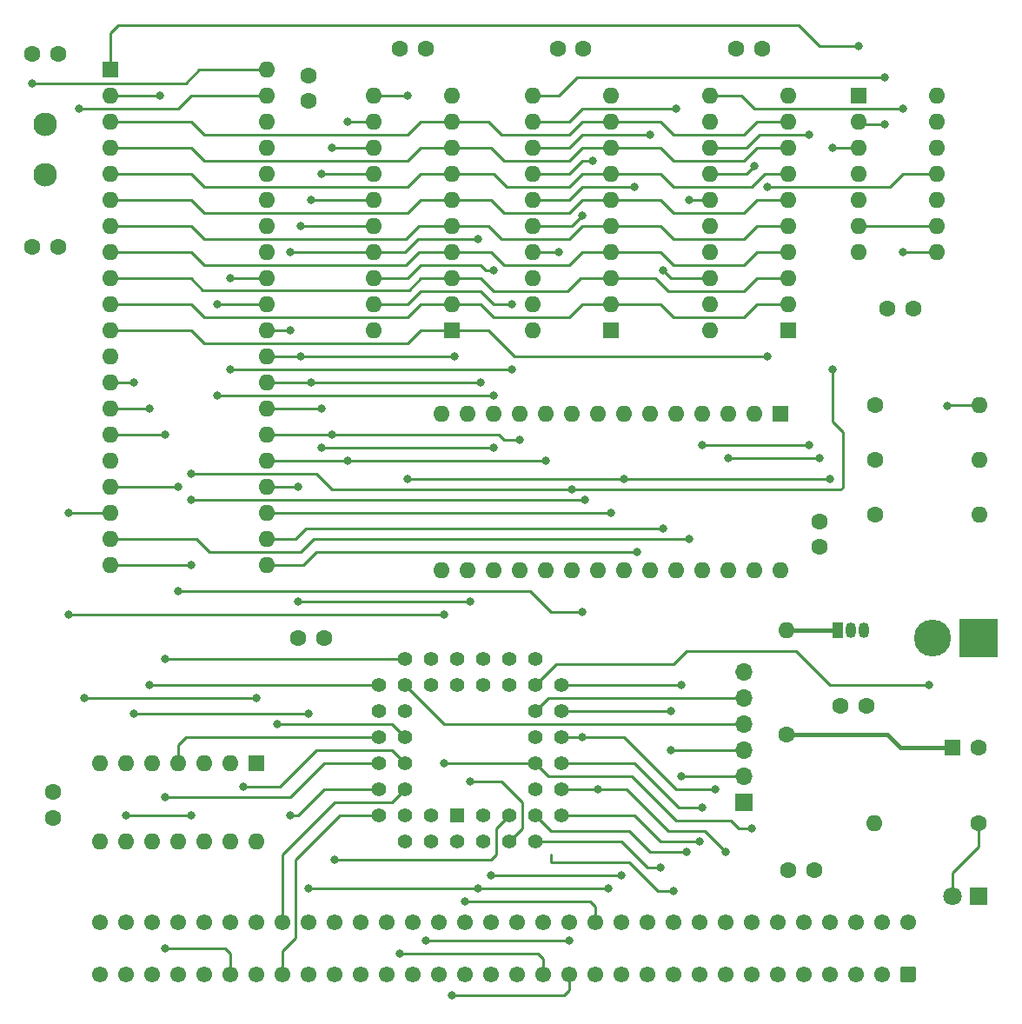
<source format=gtl>
G04 #@! TF.GenerationSoftware,KiCad,Pcbnew,(5.1.10)-1*
G04 #@! TF.CreationDate,2021-08-18T14:18:43+01:00*
G04 #@! TF.ProjectId,GfxTMS9918,47667854-4d53-4393-9931-382e6b696361,rev?*
G04 #@! TF.SameCoordinates,Original*
G04 #@! TF.FileFunction,Copper,L1,Top*
G04 #@! TF.FilePolarity,Positive*
%FSLAX46Y46*%
G04 Gerber Fmt 4.6, Leading zero omitted, Abs format (unit mm)*
G04 Created by KiCad (PCBNEW (5.1.10)-1) date 2021-08-18 14:18:43*
%MOMM*%
%LPD*%
G01*
G04 APERTURE LIST*
G04 #@! TA.AperFunction,ComponentPad*
%ADD10C,2.300000*%
G04 #@! TD*
G04 #@! TA.AperFunction,ComponentPad*
%ADD11O,1.600000X1.600000*%
G04 #@! TD*
G04 #@! TA.AperFunction,ComponentPad*
%ADD12R,1.600000X1.600000*%
G04 #@! TD*
G04 #@! TA.AperFunction,ComponentPad*
%ADD13C,1.422400*%
G04 #@! TD*
G04 #@! TA.AperFunction,ComponentPad*
%ADD14R,1.422400X1.422400*%
G04 #@! TD*
G04 #@! TA.AperFunction,ComponentPad*
%ADD15C,1.600000*%
G04 #@! TD*
G04 #@! TA.AperFunction,ComponentPad*
%ADD16R,1.050000X1.500000*%
G04 #@! TD*
G04 #@! TA.AperFunction,ComponentPad*
%ADD17O,1.050000X1.500000*%
G04 #@! TD*
G04 #@! TA.AperFunction,ComponentPad*
%ADD18C,3.600000*%
G04 #@! TD*
G04 #@! TA.AperFunction,ComponentPad*
%ADD19R,3.765000X3.765000*%
G04 #@! TD*
G04 #@! TA.AperFunction,ComponentPad*
%ADD20O,1.700000X1.700000*%
G04 #@! TD*
G04 #@! TA.AperFunction,ComponentPad*
%ADD21R,1.700000X1.700000*%
G04 #@! TD*
G04 #@! TA.AperFunction,ComponentPad*
%ADD22C,1.550000*%
G04 #@! TD*
G04 #@! TA.AperFunction,ComponentPad*
%ADD23C,1.800000*%
G04 #@! TD*
G04 #@! TA.AperFunction,ComponentPad*
%ADD24R,1.800000X1.800000*%
G04 #@! TD*
G04 #@! TA.AperFunction,ViaPad*
%ADD25C,0.800000*%
G04 #@! TD*
G04 #@! TA.AperFunction,Conductor*
%ADD26C,0.250000*%
G04 #@! TD*
G04 #@! TA.AperFunction,Conductor*
%ADD27C,0.400000*%
G04 #@! TD*
G04 APERTURE END LIST*
D10*
X105156000Y-56896000D03*
X105156000Y-61796000D03*
D11*
X176784000Y-100330000D03*
X143764000Y-85090000D03*
X174244000Y-100330000D03*
X146304000Y-85090000D03*
X171704000Y-100330000D03*
X148844000Y-85090000D03*
X169164000Y-100330000D03*
X151384000Y-85090000D03*
X166624000Y-100330000D03*
X153924000Y-85090000D03*
X164084000Y-100330000D03*
X156464000Y-85090000D03*
X161544000Y-100330000D03*
X159004000Y-85090000D03*
X159004000Y-100330000D03*
X161544000Y-85090000D03*
X156464000Y-100330000D03*
X164084000Y-85090000D03*
X153924000Y-100330000D03*
X166624000Y-85090000D03*
X151384000Y-100330000D03*
X169164000Y-85090000D03*
X148844000Y-100330000D03*
X171704000Y-85090000D03*
X146304000Y-100330000D03*
X174244000Y-85090000D03*
X143764000Y-100330000D03*
D12*
X176784000Y-85090000D03*
D11*
X137160000Y-76962000D03*
X144780000Y-54102000D03*
X137160000Y-74422000D03*
X144780000Y-56642000D03*
X137160000Y-71882000D03*
X144780000Y-59182000D03*
X137160000Y-69342000D03*
X144780000Y-61722000D03*
X137160000Y-66802000D03*
X144780000Y-64262000D03*
X137160000Y-64262000D03*
X144780000Y-66802000D03*
X137160000Y-61722000D03*
X144780000Y-69342000D03*
X137160000Y-59182000D03*
X144780000Y-71882000D03*
X137160000Y-56642000D03*
X144780000Y-74422000D03*
X137160000Y-54102000D03*
D12*
X144780000Y-76962000D03*
D11*
X169926000Y-76962000D03*
X177546000Y-54102000D03*
X169926000Y-74422000D03*
X177546000Y-56642000D03*
X169926000Y-71882000D03*
X177546000Y-59182000D03*
X169926000Y-69342000D03*
X177546000Y-61722000D03*
X169926000Y-66802000D03*
X177546000Y-64262000D03*
X169926000Y-64262000D03*
X177546000Y-66802000D03*
X169926000Y-61722000D03*
X177546000Y-69342000D03*
X169926000Y-59182000D03*
X177546000Y-71882000D03*
X169926000Y-56642000D03*
X177546000Y-74422000D03*
X169926000Y-54102000D03*
D12*
X177546000Y-76962000D03*
D11*
X152654000Y-76962000D03*
X160274000Y-54102000D03*
X152654000Y-74422000D03*
X160274000Y-56642000D03*
X152654000Y-71882000D03*
X160274000Y-59182000D03*
X152654000Y-69342000D03*
X160274000Y-61722000D03*
X152654000Y-66802000D03*
X160274000Y-64262000D03*
X152654000Y-64262000D03*
X160274000Y-66802000D03*
X152654000Y-61722000D03*
X160274000Y-69342000D03*
X152654000Y-59182000D03*
X160274000Y-71882000D03*
X152654000Y-56642000D03*
X160274000Y-74422000D03*
X152654000Y-54102000D03*
D12*
X160274000Y-76962000D03*
D11*
X126746000Y-51562000D03*
X111506000Y-99822000D03*
X126746000Y-54102000D03*
X111506000Y-97282000D03*
X126746000Y-56642000D03*
X111506000Y-94742000D03*
X126746000Y-59182000D03*
X111506000Y-92202000D03*
X126746000Y-61722000D03*
X111506000Y-89662000D03*
X126746000Y-64262000D03*
X111506000Y-87122000D03*
X126746000Y-66802000D03*
X111506000Y-84582000D03*
X126746000Y-69342000D03*
X111506000Y-82042000D03*
X126746000Y-71882000D03*
X111506000Y-79502000D03*
X126746000Y-74422000D03*
X111506000Y-76962000D03*
X126746000Y-76962000D03*
X111506000Y-74422000D03*
X126746000Y-79502000D03*
X111506000Y-71882000D03*
X126746000Y-82042000D03*
X111506000Y-69342000D03*
X126746000Y-84582000D03*
X111506000Y-66802000D03*
X126746000Y-87122000D03*
X111506000Y-64262000D03*
X126746000Y-89662000D03*
X111506000Y-61722000D03*
X126746000Y-92202000D03*
X111506000Y-59182000D03*
X126746000Y-94742000D03*
X111506000Y-56642000D03*
X126746000Y-97282000D03*
X111506000Y-54102000D03*
X126746000Y-99822000D03*
D12*
X111506000Y-51562000D03*
D11*
X192024000Y-54102000D03*
X184404000Y-69342000D03*
X192024000Y-56642000D03*
X184404000Y-66802000D03*
X192024000Y-59182000D03*
X184404000Y-64262000D03*
X192024000Y-61722000D03*
X184404000Y-61722000D03*
X192024000Y-64262000D03*
X184404000Y-59182000D03*
X192024000Y-66802000D03*
X184404000Y-56642000D03*
X192024000Y-69342000D03*
D12*
X184404000Y-54102000D03*
D13*
X137668000Y-124206000D03*
X137668000Y-121666000D03*
X137668000Y-119126000D03*
X137668000Y-116586000D03*
X137668000Y-114046000D03*
X140208000Y-126746000D03*
X140208000Y-121666000D03*
X140208000Y-119126000D03*
X140208000Y-116586000D03*
X140208000Y-114046000D03*
X140208000Y-111506000D03*
X140208000Y-108966000D03*
X142748000Y-108966000D03*
X145288000Y-108966000D03*
X147828000Y-108966000D03*
X150368000Y-108966000D03*
X152908000Y-108966000D03*
X137668000Y-111506000D03*
X142748000Y-111506000D03*
X145288000Y-111506000D03*
X147828000Y-111506000D03*
X150368000Y-111506000D03*
X152908000Y-111506000D03*
X155448000Y-111506000D03*
X155448000Y-114046000D03*
X155448000Y-116586000D03*
X155448000Y-119126000D03*
X155448000Y-121666000D03*
X155448000Y-124206000D03*
X152908000Y-114046000D03*
X152908000Y-116586000D03*
X152908000Y-119126000D03*
X152908000Y-121666000D03*
X152908000Y-124206000D03*
X142748000Y-126746000D03*
X145288000Y-126746000D03*
X152908000Y-126746000D03*
X150368000Y-126746000D03*
X147828000Y-126746000D03*
X140208000Y-124206000D03*
X142748000Y-124206000D03*
X150368000Y-124206000D03*
X147828000Y-124206000D03*
D14*
X145288000Y-124206000D03*
D11*
X125730000Y-126746000D03*
X110490000Y-119126000D03*
X123190000Y-126746000D03*
X113030000Y-119126000D03*
X120650000Y-126746000D03*
X115570000Y-119126000D03*
X118110000Y-126746000D03*
X118110000Y-119126000D03*
X115570000Y-126746000D03*
X120650000Y-119126000D03*
X113030000Y-126746000D03*
X123190000Y-119126000D03*
X110490000Y-126746000D03*
D12*
X125730000Y-119126000D03*
D11*
X177419000Y-106172000D03*
D15*
X177419000Y-116332000D03*
D11*
X196193000Y-89535000D03*
D15*
X186033000Y-89535000D03*
D11*
X196193000Y-94869000D03*
D15*
X186033000Y-94869000D03*
D11*
X185928000Y-124968000D03*
D15*
X196088000Y-124968000D03*
D16*
X182372000Y-106172000D03*
D17*
X184912000Y-106172000D03*
X183642000Y-106172000D03*
D18*
X191588000Y-106934000D03*
D19*
X196088000Y-106934000D03*
D20*
X173228000Y-110236000D03*
X173228000Y-112776000D03*
X173228000Y-115316000D03*
X173228000Y-117856000D03*
X173228000Y-120396000D03*
D21*
X173228000Y-122936000D03*
D22*
X110484000Y-134592000D03*
X113024000Y-134592000D03*
X115564000Y-134592000D03*
X118104000Y-134592000D03*
X120644000Y-134592000D03*
X123184000Y-134592000D03*
X125724000Y-134592000D03*
X128264000Y-134592000D03*
X130804000Y-134592000D03*
X133344000Y-134592000D03*
X135884000Y-134592000D03*
X138424000Y-134592000D03*
X140964000Y-134592000D03*
X143504000Y-134592000D03*
X146044000Y-134592000D03*
X148584000Y-134592000D03*
X151124000Y-134592000D03*
X153664000Y-134592000D03*
X156204000Y-134592000D03*
X158744000Y-134592000D03*
X161284000Y-134592000D03*
X163824000Y-134592000D03*
X166364000Y-134592000D03*
X168904000Y-134592000D03*
X171444000Y-134592000D03*
X173984000Y-134592000D03*
X176524000Y-134592000D03*
X179064000Y-134592000D03*
X181604000Y-134592000D03*
X184144000Y-134592000D03*
X186684000Y-134592000D03*
X189224000Y-134592000D03*
X110484000Y-139672000D03*
X113024000Y-139672000D03*
X115564000Y-139672000D03*
X118104000Y-139672000D03*
X120644000Y-139672000D03*
X123184000Y-139672000D03*
X125724000Y-139672000D03*
X128264000Y-139672000D03*
X130804000Y-139672000D03*
X133344000Y-139672000D03*
X135884000Y-139672000D03*
X138424000Y-139672000D03*
X140964000Y-139672000D03*
X143504000Y-139672000D03*
X146044000Y-139672000D03*
X148584000Y-139672000D03*
X151124000Y-139672000D03*
X153664000Y-139672000D03*
X156204000Y-139672000D03*
X158744000Y-139672000D03*
X161284000Y-139672000D03*
X163824000Y-139672000D03*
X166364000Y-139672000D03*
X168904000Y-139672000D03*
X171444000Y-139672000D03*
X173984000Y-139672000D03*
X176524000Y-139672000D03*
X179064000Y-139672000D03*
X181604000Y-139672000D03*
X184144000Y-139672000D03*
X186684000Y-139672000D03*
G04 #@! TA.AperFunction,ComponentPad*
G36*
G01*
X189999000Y-139146999D02*
X189999000Y-140197001D01*
G75*
G02*
X189749001Y-140447000I-249999J0D01*
G01*
X188698999Y-140447000D01*
G75*
G02*
X188449000Y-140197001I0J249999D01*
G01*
X188449000Y-139146999D01*
G75*
G02*
X188698999Y-138897000I249999J0D01*
G01*
X189749001Y-138897000D01*
G75*
G02*
X189999000Y-139146999I0J-249999D01*
G01*
G37*
G04 #@! TD.AperFunction*
D11*
X196215000Y-84201000D03*
D15*
X186055000Y-84201000D03*
D23*
X193548000Y-132080000D03*
D24*
X196088000Y-132080000D03*
D15*
X180594000Y-98044000D03*
X180594000Y-95544000D03*
X130810000Y-54610000D03*
X130810000Y-52110000D03*
X175006000Y-49530000D03*
X172506000Y-49530000D03*
X196048000Y-117602000D03*
D12*
X193548000Y-117602000D03*
D15*
X182666000Y-113538000D03*
X185166000Y-113538000D03*
X142240000Y-49530000D03*
X139740000Y-49530000D03*
X187198000Y-74803000D03*
X189698000Y-74803000D03*
X157607000Y-49530000D03*
X155107000Y-49530000D03*
X106426000Y-50038000D03*
X103926000Y-50038000D03*
X103926000Y-68834000D03*
X106426000Y-68834000D03*
X129834000Y-106934000D03*
X132334000Y-106934000D03*
X177586000Y-129540000D03*
X180086000Y-129540000D03*
X105918000Y-121920000D03*
X105918000Y-124420000D03*
D25*
X108458000Y-55372000D03*
X103926000Y-52872000D03*
X193040000Y-84328010D03*
X191262000Y-111506000D03*
X119380000Y-124206000D03*
X113030000Y-124206000D03*
X124460000Y-121412000D03*
X127762000Y-115316000D03*
X133350000Y-128524000D03*
X142240000Y-136398000D03*
X156210000Y-136398000D03*
X146050000Y-132588000D03*
X148590000Y-130048000D03*
X161290000Y-130048000D03*
X166370000Y-131572000D03*
X146558000Y-103378000D03*
X129794000Y-103378000D03*
X129794000Y-92202000D03*
X146558000Y-120904000D03*
X168910000Y-126746000D03*
X165354000Y-96266000D03*
X171450000Y-127762000D03*
X159004000Y-121666000D03*
X157734000Y-93472000D03*
X119380000Y-93472000D03*
X119380000Y-99822000D03*
X173990000Y-125476000D03*
X144018000Y-104648000D03*
X107442000Y-104648000D03*
X107442000Y-94742000D03*
X144018000Y-119126000D03*
X116840000Y-122428000D03*
X116840000Y-137160000D03*
X129032000Y-124206000D03*
X139700000Y-137668000D03*
X144780000Y-141732000D03*
X147320000Y-131318000D03*
X160020000Y-131318000D03*
X130810000Y-131318000D03*
X130810000Y-114300000D03*
X113792000Y-82042000D03*
X113792000Y-114300000D03*
X165100000Y-129286000D03*
X160274000Y-94742000D03*
X167640000Y-127762000D03*
X162814000Y-98552000D03*
X169164000Y-123444000D03*
X167894000Y-97282000D03*
X170434000Y-121666000D03*
X157480000Y-116586000D03*
X118110000Y-102362000D03*
X118110000Y-92202000D03*
X157480000Y-104394000D03*
X166116000Y-114046000D03*
X166116000Y-117856000D03*
X167132000Y-111506000D03*
X167132000Y-120396000D03*
X108966000Y-112776000D03*
X125730000Y-112776000D03*
X116840000Y-108966000D03*
X116840000Y-87122000D03*
X115316000Y-111506000D03*
X115316000Y-84582000D03*
X175514000Y-79502000D03*
X175514000Y-62992000D03*
X161544000Y-91440000D03*
X140462000Y-91440000D03*
X140462000Y-54102000D03*
X181610000Y-91440000D03*
X156464000Y-92456000D03*
X119380000Y-90932000D03*
X116332000Y-54102000D03*
X181864000Y-80772000D03*
X181864000Y-59182000D03*
X186944000Y-52324000D03*
X186944000Y-56896000D03*
X188722000Y-55372000D03*
X188722012Y-69342000D03*
X184404000Y-49276000D03*
X150622000Y-74422000D03*
X123190000Y-71882000D03*
X123190000Y-80772000D03*
X150622000Y-80772010D03*
X148844000Y-71120000D03*
X121920000Y-74422000D03*
X121920000Y-83312000D03*
X148844000Y-83312000D03*
X147320000Y-68072000D03*
X129032000Y-76962000D03*
X129032000Y-69342000D03*
X130048000Y-79502000D03*
X130048000Y-66802000D03*
X145034000Y-79502000D03*
X131064000Y-82042000D03*
X131064000Y-64262000D03*
X147574000Y-82042000D03*
X132080000Y-84582000D03*
X132080000Y-61722000D03*
X132080000Y-88392000D03*
X148844000Y-88392000D03*
X133096000Y-87122000D03*
X133096000Y-59182000D03*
X151384000Y-87630000D03*
X153924000Y-89662000D03*
X134620000Y-56642000D03*
X134620000Y-89662000D03*
X155194000Y-69342000D03*
X157480000Y-65786000D03*
X162560000Y-62992000D03*
X158496000Y-60452000D03*
X164084000Y-57912000D03*
X166624000Y-55372000D03*
X165354000Y-71120000D03*
X167894000Y-64262000D03*
X174244000Y-60960000D03*
X179578000Y-57912000D03*
X179578000Y-88138000D03*
X169164000Y-88138000D03*
X180594000Y-89408000D03*
X171704000Y-89408000D03*
D26*
X126746000Y-54102000D02*
X119380000Y-54102000D01*
X119380000Y-54102000D02*
X118110000Y-55372000D01*
X118110000Y-55372000D02*
X108458000Y-55372000D01*
X121666000Y-51562000D02*
X120142000Y-51562000D01*
X121666000Y-51562000D02*
X126746000Y-51562000D01*
X118832000Y-52872000D02*
X103926000Y-52872000D01*
X120142000Y-51562000D02*
X118832000Y-52872000D01*
X196215000Y-84201000D02*
X193167010Y-84201000D01*
X193167010Y-84201000D02*
X193040000Y-84328010D01*
D27*
X182626000Y-116332000D02*
X187198000Y-116332000D01*
X183388000Y-116332000D02*
X182626000Y-116332000D01*
X182626000Y-116332000D02*
X177419000Y-116332000D01*
X188468000Y-117602000D02*
X193548000Y-117602000D01*
X187198000Y-116332000D02*
X188468000Y-117602000D01*
D26*
X193548000Y-132080000D02*
X193548000Y-129794000D01*
X196088000Y-127254000D02*
X196088000Y-124968000D01*
X193548000Y-129794000D02*
X196088000Y-127254000D01*
X185674000Y-111506000D02*
X191262000Y-111506000D01*
X181610000Y-111506000D02*
X185674000Y-111506000D01*
X178308000Y-108204000D02*
X181610000Y-111506000D01*
X166370000Y-109474000D02*
X167640000Y-108204000D01*
X154940000Y-109474000D02*
X166370000Y-109474000D01*
X167640000Y-108204000D02*
X178308000Y-108204000D01*
X152908000Y-111506000D02*
X154940000Y-109474000D01*
X119380000Y-124206000D02*
X113030000Y-124206000D01*
X124460000Y-121412000D02*
X128016000Y-121412000D01*
X128016000Y-121412000D02*
X131572000Y-117856000D01*
X138938000Y-117856000D02*
X140208000Y-119126000D01*
X131572000Y-117856000D02*
X138938000Y-117856000D01*
X140208000Y-116586000D02*
X138938000Y-115316000D01*
X138938000Y-115316000D02*
X127762000Y-115316000D01*
X140208000Y-121666000D02*
X138938000Y-122936000D01*
X138938000Y-122936000D02*
X133350000Y-122936000D01*
X128264000Y-128022000D02*
X128264000Y-134592000D01*
X133350000Y-122936000D02*
X128264000Y-128022000D01*
X149098000Y-125476000D02*
X150368000Y-124206000D01*
X149098000Y-128016000D02*
X149098000Y-125476000D01*
X148590000Y-128524000D02*
X149098000Y-128016000D01*
X133350000Y-128524000D02*
X148590000Y-128524000D01*
X142240000Y-136398000D02*
X156210000Y-136398000D01*
X146050000Y-132588000D02*
X158242000Y-132588000D01*
X158744000Y-133090000D02*
X158744000Y-134592000D01*
X158242000Y-132588000D02*
X158744000Y-133090000D01*
X148590000Y-130048000D02*
X161290000Y-130048000D01*
X159512000Y-128778000D02*
X162052000Y-128778000D01*
X164846000Y-131572000D02*
X166370000Y-131572000D01*
X162052000Y-128778000D02*
X164846000Y-131572000D01*
X146558000Y-103378000D02*
X129794000Y-103378000D01*
X129794000Y-92202000D02*
X126746000Y-92202000D01*
X154432000Y-128778000D02*
X154432000Y-128016000D01*
X154432000Y-128778000D02*
X159512000Y-128778000D01*
X149606000Y-120904000D02*
X148844000Y-120904000D01*
X148844000Y-120904000D02*
X146558000Y-120904000D01*
X151638000Y-122936000D02*
X149606000Y-120904000D01*
X151638000Y-125476000D02*
X151638000Y-122936000D01*
X150368000Y-126746000D02*
X151638000Y-125476000D01*
X158242000Y-124206000D02*
X162560000Y-124206000D01*
X155448000Y-124206000D02*
X158242000Y-124206000D01*
X165100000Y-126746000D02*
X168910000Y-126746000D01*
X162560000Y-124206000D02*
X165100000Y-126746000D01*
X165354000Y-96266000D02*
X130556000Y-96266000D01*
X129540000Y-97282000D02*
X126746000Y-97282000D01*
X130556000Y-96266000D02*
X129540000Y-97282000D01*
X161798000Y-121666000D02*
X165862000Y-125730000D01*
X165862000Y-125730000D02*
X168148000Y-125730000D01*
X169418000Y-125730000D02*
X171450000Y-127762000D01*
X168148000Y-125730000D02*
X169418000Y-125730000D01*
X155448000Y-121666000D02*
X156972000Y-121666000D01*
X157226000Y-121666000D02*
X159004000Y-121666000D01*
X156972000Y-121666000D02*
X157226000Y-121666000D01*
X157226000Y-121666000D02*
X161798000Y-121666000D01*
X157734000Y-93472000D02*
X130810000Y-93472000D01*
X130810000Y-93472000D02*
X124206000Y-93472000D01*
X124206000Y-93472000D02*
X119380000Y-93472000D01*
X119380000Y-99822000D02*
X111506000Y-99822000D01*
X152908000Y-119126000D02*
X154178000Y-120396000D01*
X154178000Y-120396000D02*
X162306000Y-120396000D01*
X162306000Y-120396000D02*
X166624000Y-124714000D01*
X166624000Y-124714000D02*
X171958000Y-124714000D01*
X172720000Y-125476000D02*
X173990000Y-125476000D01*
X171958000Y-124714000D02*
X172720000Y-125476000D01*
X144018000Y-104648000D02*
X107442000Y-104648000D01*
X107442000Y-94742000D02*
X111506000Y-94742000D01*
X152908000Y-119126000D02*
X144018000Y-119126000D01*
X137668000Y-119126000D02*
X132334000Y-119126000D01*
X129032000Y-122428000D02*
X116840000Y-122428000D01*
X132334000Y-119126000D02*
X129032000Y-122428000D01*
X116840000Y-137160000D02*
X122682000Y-137160000D01*
X123184000Y-137662000D02*
X123184000Y-139672000D01*
X122682000Y-137160000D02*
X123184000Y-137662000D01*
X137668000Y-121666000D02*
X132334000Y-121666000D01*
X129794000Y-124206000D02*
X129032000Y-124206000D01*
X132334000Y-121666000D02*
X129794000Y-124206000D01*
X128264000Y-137420000D02*
X128264000Y-139672000D01*
X129540000Y-136144000D02*
X128264000Y-137420000D01*
X129540000Y-128524000D02*
X129540000Y-136144000D01*
X133858000Y-124206000D02*
X129540000Y-128524000D01*
X137668000Y-124206000D02*
X133858000Y-124206000D01*
X139700000Y-137668000D02*
X153162000Y-137668000D01*
X153664000Y-138170000D02*
X153664000Y-139672000D01*
X153162000Y-137668000D02*
X153664000Y-138170000D01*
X144780000Y-141732000D02*
X155702000Y-141732000D01*
X156204000Y-141230000D02*
X156204000Y-139672000D01*
X155702000Y-141732000D02*
X156204000Y-141230000D01*
X148590000Y-131318000D02*
X130810000Y-131318000D01*
X147320000Y-131318000D02*
X148590000Y-131318000D01*
X148590000Y-131318000D02*
X160020000Y-131318000D01*
X111506000Y-82042000D02*
X113792000Y-82042000D01*
X130810000Y-114300000D02*
X113792000Y-114300000D01*
X155448000Y-126746000D02*
X161290000Y-126746000D01*
X152908000Y-126746000D02*
X155448000Y-126746000D01*
X163830000Y-129286000D02*
X165100000Y-129286000D01*
X161290000Y-126746000D02*
X163830000Y-129286000D01*
X160274000Y-94742000D02*
X126746000Y-94742000D01*
X152908000Y-124206000D02*
X154432000Y-125730000D01*
X159766000Y-125730000D02*
X162052000Y-125730000D01*
X154432000Y-125730000D02*
X159766000Y-125730000D01*
X164084000Y-127762000D02*
X167640000Y-127762000D01*
X162052000Y-125730000D02*
X164084000Y-127762000D01*
X130302000Y-99822000D02*
X126746000Y-99822000D01*
X131572000Y-98552000D02*
X130302000Y-99822000D01*
X162814000Y-98552000D02*
X131572000Y-98552000D01*
X162560000Y-119126000D02*
X166878000Y-123444000D01*
X166878000Y-123444000D02*
X169164000Y-123444000D01*
X155448000Y-119126000D02*
X162560000Y-119126000D01*
X119888000Y-97282000D02*
X111506000Y-97282000D01*
X121158000Y-98552000D02*
X119888000Y-97282000D01*
X130048000Y-98552000D02*
X121158000Y-98552000D01*
X131318000Y-97282000D02*
X130048000Y-98552000D01*
X167894000Y-97282000D02*
X131318000Y-97282000D01*
X161544000Y-116586000D02*
X166624000Y-121666000D01*
X166624000Y-121666000D02*
X168402000Y-121666000D01*
X168402000Y-121666000D02*
X170434000Y-121666000D01*
X156210000Y-116586000D02*
X157480000Y-116586000D01*
X155448000Y-116586000D02*
X156210000Y-116586000D01*
X156210000Y-116586000D02*
X161544000Y-116586000D01*
X118110000Y-92202000D02*
X111506000Y-92202000D01*
X151130000Y-102362000D02*
X152400000Y-102362000D01*
X151130000Y-102362000D02*
X118110000Y-102362000D01*
X154432000Y-104394000D02*
X157480000Y-104394000D01*
X152400000Y-102362000D02*
X154432000Y-104394000D01*
X154178000Y-112776000D02*
X152908000Y-114046000D01*
X173228000Y-112776000D02*
X154178000Y-112776000D01*
X144018000Y-115316000D02*
X140208000Y-111506000D01*
X167640000Y-115316000D02*
X173228000Y-115316000D01*
X167894000Y-115316000D02*
X167640000Y-115316000D01*
X167640000Y-115316000D02*
X144018000Y-115316000D01*
X167894000Y-117856000D02*
X173228000Y-117856000D01*
X161798000Y-114046000D02*
X166116000Y-114046000D01*
X155448000Y-114046000D02*
X161798000Y-114046000D01*
X166116000Y-117856000D02*
X167894000Y-117856000D01*
X163576000Y-111506000D02*
X167132000Y-111506000D01*
X155448000Y-111506000D02*
X163576000Y-111506000D01*
X167132000Y-120396000D02*
X167640000Y-120396000D01*
X167640000Y-120396000D02*
X173228000Y-120396000D01*
X167640000Y-120396000D02*
X167894000Y-120396000D01*
D27*
X177419000Y-106172000D02*
X182372000Y-106172000D01*
D26*
X137668000Y-116586000D02*
X118872000Y-116586000D01*
X118110000Y-117348000D02*
X118110000Y-119126000D01*
X118872000Y-116586000D02*
X118110000Y-117348000D01*
X108966000Y-112776000D02*
X125730000Y-112776000D01*
X140208000Y-108966000D02*
X116840000Y-108966000D01*
X116840000Y-87122000D02*
X111506000Y-87122000D01*
X137668000Y-111506000D02*
X115316000Y-111506000D01*
X115316000Y-84582000D02*
X111506000Y-84582000D01*
X192024000Y-66802000D02*
X184404000Y-66802000D01*
X141732000Y-76962000D02*
X144780000Y-76962000D01*
X140462000Y-78232000D02*
X141732000Y-76962000D01*
X120650000Y-78232000D02*
X140462000Y-78232000D01*
X119380000Y-76962000D02*
X120650000Y-78232000D01*
X111506000Y-76962000D02*
X119380000Y-76962000D01*
X144780000Y-76962000D02*
X148336000Y-76962000D01*
X148336000Y-76962000D02*
X150876000Y-79502000D01*
X150876000Y-79502000D02*
X175514000Y-79502000D01*
X175514000Y-62992000D02*
X187452000Y-62992000D01*
X188722000Y-61722000D02*
X192024000Y-61722000D01*
X187452000Y-62992000D02*
X188722000Y-61722000D01*
X162560000Y-91440000D02*
X140462000Y-91440000D01*
X162560000Y-91440000D02*
X161544000Y-91440000D01*
X140462000Y-54102000D02*
X137160000Y-54102000D01*
X162560000Y-91440000D02*
X181610000Y-91440000D01*
X131572000Y-90932000D02*
X119380000Y-90932000D01*
X133096000Y-92456000D02*
X131572000Y-90932000D01*
X116332000Y-54102000D02*
X111506000Y-54102000D01*
X156464000Y-92456000D02*
X155448000Y-92456000D01*
X155448000Y-92456000D02*
X133096000Y-92456000D01*
X182118000Y-92456000D02*
X182626000Y-92456000D01*
X155448000Y-92456000D02*
X182118000Y-92456000D01*
X182843001Y-92238999D02*
X182843001Y-86831001D01*
X182626000Y-92456000D02*
X182843001Y-92238999D01*
X181864000Y-85852000D02*
X181864000Y-80772000D01*
X182843001Y-86831001D02*
X181864000Y-85852000D01*
X181864000Y-59182000D02*
X184404000Y-59182000D01*
X155194000Y-54102000D02*
X152654000Y-54102000D01*
X156972000Y-52324000D02*
X155194000Y-54102000D01*
X178308000Y-52324000D02*
X186944000Y-52324000D01*
X178308000Y-52324000D02*
X156972000Y-52324000D01*
X186944000Y-56896000D02*
X184404000Y-56896000D01*
X188156315Y-55372000D02*
X188722000Y-55372000D01*
X174244000Y-55372000D02*
X188156315Y-55372000D01*
X172974000Y-54102000D02*
X174244000Y-55372000D01*
X169926000Y-54102000D02*
X172974000Y-54102000D01*
X188722000Y-69342012D02*
X188722012Y-69342000D01*
X188722000Y-69342000D02*
X188722000Y-69342012D01*
X192024000Y-69596000D02*
X191770000Y-69342000D01*
X189992000Y-69342000D02*
X188722000Y-69342000D01*
X192024000Y-69342000D02*
X189992000Y-69342000D01*
X191770000Y-69342000D02*
X189992000Y-69342000D01*
X111506000Y-51562000D02*
X111506000Y-48006000D01*
X111506000Y-48006000D02*
X112268000Y-47244000D01*
X177038000Y-47244000D02*
X178562000Y-47244000D01*
X112268000Y-47244000D02*
X177038000Y-47244000D01*
X180594000Y-49276000D02*
X184404000Y-49276000D01*
X178562000Y-47244000D02*
X180594000Y-49276000D01*
X140462000Y-74422000D02*
X137160000Y-74422000D01*
X141732000Y-73152000D02*
X140462000Y-74422000D01*
X147574000Y-73152000D02*
X141732000Y-73152000D01*
X148844000Y-74422000D02*
X147574000Y-73152000D01*
X150622000Y-74422000D02*
X148844000Y-74422000D01*
X126746000Y-71882000D02*
X123190000Y-71882000D01*
X150621990Y-80772000D02*
X150622000Y-80772010D01*
X123190000Y-80772000D02*
X150621990Y-80772000D01*
X148082000Y-71120000D02*
X148844000Y-71120000D01*
X147574000Y-70612000D02*
X148082000Y-71120000D01*
X141732000Y-70612000D02*
X147574000Y-70612000D01*
X140462000Y-71882000D02*
X141732000Y-70612000D01*
X137160000Y-71882000D02*
X140462000Y-71882000D01*
X126746000Y-74422000D02*
X121920000Y-74422000D01*
X121920000Y-83312000D02*
X148844000Y-83312000D01*
X147320000Y-68072000D02*
X141478000Y-68072000D01*
X140208000Y-69342000D02*
X137160000Y-69342000D01*
X141478000Y-68072000D02*
X140208000Y-69342000D01*
X126746000Y-76962000D02*
X129032000Y-76962000D01*
X129032000Y-69342000D02*
X137160000Y-69342000D01*
X119380000Y-74422000D02*
X111506000Y-74422000D01*
X140462000Y-75692000D02*
X120650000Y-75692000D01*
X141732000Y-74422000D02*
X140462000Y-75692000D01*
X120650000Y-75692000D02*
X119380000Y-74422000D01*
X144780000Y-74422000D02*
X141732000Y-74422000D01*
X174498000Y-74422000D02*
X177546000Y-74422000D01*
X173228000Y-75692000D02*
X174498000Y-74422000D01*
X166370000Y-75692000D02*
X173228000Y-75692000D01*
X165100000Y-74422000D02*
X166370000Y-75692000D01*
X160274000Y-74422000D02*
X165100000Y-74422000D01*
X147574000Y-74422000D02*
X144780000Y-74422000D01*
X148844000Y-75692000D02*
X147574000Y-74422000D01*
X156210000Y-75692000D02*
X148844000Y-75692000D01*
X157480000Y-74422000D02*
X156210000Y-75692000D01*
X160274000Y-74422000D02*
X157480000Y-74422000D01*
X130048000Y-66802000D02*
X137160000Y-66802000D01*
X126746000Y-79502000D02*
X129286000Y-79502000D01*
X129286000Y-79502000D02*
X130048000Y-79502000D01*
X141732000Y-79502000D02*
X145034000Y-79502000D01*
X129286000Y-79502000D02*
X141732000Y-79502000D01*
X141732000Y-71882000D02*
X144780000Y-71882000D01*
X120505001Y-73007001D02*
X140606999Y-73007001D01*
X119380000Y-71882000D02*
X120505001Y-73007001D01*
X140606999Y-73007001D02*
X141732000Y-71882000D01*
X111506000Y-71882000D02*
X119380000Y-71882000D01*
X164592000Y-71882000D02*
X160274000Y-71882000D01*
X165862000Y-73152000D02*
X164592000Y-71882000D01*
X173228000Y-73152000D02*
X165862000Y-73152000D01*
X174498000Y-71882000D02*
X173228000Y-73152000D01*
X177546000Y-71882000D02*
X174498000Y-71882000D01*
X157353000Y-71882000D02*
X160274000Y-71882000D01*
X156083000Y-73152000D02*
X157353000Y-71882000D01*
X148844000Y-73152000D02*
X156083000Y-73152000D01*
X147574000Y-71882000D02*
X148844000Y-73152000D01*
X144780000Y-71882000D02*
X147574000Y-71882000D01*
X131064000Y-64262000D02*
X137160000Y-64262000D01*
X126746000Y-82042000D02*
X129794000Y-82042000D01*
X129794000Y-82042000D02*
X131064000Y-82042000D01*
X129794000Y-82042000D02*
X147574000Y-82042000D01*
X120650000Y-70612000D02*
X119380000Y-69342000D01*
X140335000Y-70612000D02*
X120650000Y-70612000D01*
X119380000Y-69342000D02*
X111506000Y-69342000D01*
X141605000Y-69342000D02*
X140335000Y-70612000D01*
X144780000Y-69342000D02*
X141605000Y-69342000D01*
X148590000Y-69342000D02*
X144780000Y-69342000D01*
X149860000Y-70612000D02*
X148590000Y-69342000D01*
X156210000Y-70612000D02*
X149860000Y-70612000D01*
X157480000Y-69342000D02*
X156210000Y-70612000D01*
X160274000Y-69342000D02*
X157480000Y-69342000D01*
X173228000Y-70612000D02*
X174498000Y-69342000D01*
X166370000Y-70612000D02*
X173228000Y-70612000D01*
X174498000Y-69342000D02*
X177546000Y-69342000D01*
X165100000Y-69342000D02*
X166370000Y-70612000D01*
X160274000Y-69342000D02*
X165100000Y-69342000D01*
X126746000Y-84582000D02*
X132080000Y-84582000D01*
X132080000Y-61722000D02*
X137160000Y-61722000D01*
X132080000Y-88392000D02*
X148844000Y-88392000D01*
X141605000Y-66802000D02*
X144780000Y-66802000D01*
X140335000Y-68072000D02*
X141605000Y-66802000D01*
X120650000Y-68072000D02*
X140335000Y-68072000D01*
X119380000Y-66802000D02*
X120650000Y-68072000D01*
X111506000Y-66802000D02*
X119380000Y-66802000D01*
X157480000Y-66802000D02*
X160274000Y-66802000D01*
X156210000Y-68072000D02*
X157480000Y-66802000D01*
X149606000Y-68072000D02*
X156210000Y-68072000D01*
X148336000Y-66802000D02*
X149606000Y-68072000D01*
X144780000Y-66802000D02*
X148336000Y-66802000D01*
X166370000Y-68072000D02*
X165100000Y-66802000D01*
X165100000Y-66802000D02*
X160274000Y-66802000D01*
X173228000Y-68072000D02*
X166370000Y-68072000D01*
X174498000Y-66802000D02*
X173228000Y-68072000D01*
X177546000Y-66802000D02*
X174498000Y-66802000D01*
X133096000Y-59182000D02*
X137160000Y-59182000D01*
X132080000Y-87122000D02*
X149352000Y-87122000D01*
X126746000Y-87122000D02*
X132080000Y-87122000D01*
X132080000Y-87122000D02*
X133096000Y-87122000D01*
X149860000Y-87630000D02*
X151384000Y-87630000D01*
X149352000Y-87122000D02*
X149860000Y-87630000D01*
X119380000Y-64262000D02*
X111506000Y-64262000D01*
X140462000Y-65532000D02*
X120650000Y-65532000D01*
X120650000Y-65532000D02*
X119380000Y-64262000D01*
X141732000Y-64262000D02*
X140462000Y-65532000D01*
X144780000Y-64262000D02*
X141732000Y-64262000D01*
X148590000Y-64262000D02*
X144780000Y-64262000D01*
X149860000Y-65532000D02*
X148590000Y-64262000D01*
X156210000Y-65532000D02*
X149860000Y-65532000D01*
X157480000Y-64262000D02*
X156210000Y-65532000D01*
X160274000Y-64262000D02*
X157480000Y-64262000D01*
X165100000Y-64262000D02*
X160274000Y-64262000D01*
X166370000Y-65532000D02*
X165100000Y-64262000D01*
X174498000Y-64262000D02*
X173228000Y-65532000D01*
X173228000Y-65532000D02*
X166370000Y-65532000D01*
X177546000Y-64262000D02*
X174498000Y-64262000D01*
X137160000Y-56642000D02*
X134620000Y-56642000D01*
X134620000Y-89662000D02*
X153924000Y-89662000D01*
X126746000Y-89662000D02*
X134620000Y-89662000D01*
X141732000Y-61722000D02*
X144780000Y-61722000D01*
X140462000Y-62992000D02*
X141732000Y-61722000D01*
X120650000Y-62992000D02*
X140462000Y-62992000D01*
X119380000Y-61722000D02*
X120650000Y-62992000D01*
X111506000Y-61722000D02*
X119380000Y-61722000D01*
X156210000Y-62992000D02*
X157480000Y-61722000D01*
X150114000Y-62992000D02*
X156210000Y-62992000D01*
X157480000Y-61722000D02*
X160274000Y-61722000D01*
X148844000Y-61722000D02*
X150114000Y-62992000D01*
X144780000Y-61722000D02*
X148844000Y-61722000D01*
X175260000Y-61722000D02*
X177546000Y-61722000D01*
X173990000Y-62992000D02*
X175260000Y-61722000D01*
X166370000Y-62992000D02*
X173990000Y-62992000D01*
X165100000Y-61722000D02*
X166370000Y-62992000D01*
X160274000Y-61722000D02*
X165100000Y-61722000D01*
X119380000Y-59182000D02*
X111506000Y-59182000D01*
X140462000Y-60452000D02*
X120650000Y-60452000D01*
X141732000Y-59182000D02*
X140462000Y-60452000D01*
X120650000Y-60452000D02*
X119380000Y-59182000D01*
X144780000Y-59182000D02*
X141732000Y-59182000D01*
X148590000Y-59182000D02*
X144780000Y-59182000D01*
X149860000Y-60452000D02*
X148590000Y-59182000D01*
X156210000Y-60452000D02*
X149860000Y-60452000D01*
X157480000Y-59182000D02*
X156210000Y-60452000D01*
X160274000Y-59182000D02*
X157480000Y-59182000D01*
X166370000Y-60452000D02*
X165100000Y-59182000D01*
X165100000Y-59182000D02*
X160274000Y-59182000D01*
X174498000Y-59182000D02*
X173228000Y-60452000D01*
X173228000Y-60452000D02*
X166370000Y-60452000D01*
X177546000Y-59182000D02*
X174498000Y-59182000D01*
X141732000Y-56642000D02*
X144780000Y-56642000D01*
X140462000Y-57912000D02*
X141732000Y-56642000D01*
X120650000Y-57912000D02*
X140462000Y-57912000D01*
X119380000Y-56642000D02*
X120650000Y-57912000D01*
X111506000Y-56642000D02*
X119380000Y-56642000D01*
X157480000Y-56642000D02*
X160274000Y-56642000D01*
X156210000Y-57912000D02*
X157480000Y-56642000D01*
X149606000Y-57912000D02*
X156210000Y-57912000D01*
X148336000Y-56642000D02*
X149606000Y-57912000D01*
X144780000Y-56642000D02*
X148336000Y-56642000D01*
X174498000Y-56642000D02*
X177546000Y-56642000D01*
X173228000Y-57912000D02*
X174498000Y-56642000D01*
X166370000Y-57912000D02*
X173228000Y-57912000D01*
X165100000Y-56642000D02*
X166370000Y-57912000D01*
X160274000Y-56642000D02*
X165100000Y-56642000D01*
X155194000Y-69342000D02*
X152654000Y-69342000D01*
X156464000Y-66802000D02*
X152654000Y-66802000D01*
X157480000Y-65786000D02*
X156464000Y-66802000D01*
X162560000Y-62992000D02*
X157480000Y-62992000D01*
X156210000Y-64262000D02*
X152654000Y-64262000D01*
X157480000Y-62992000D02*
X156210000Y-64262000D01*
X158496000Y-60452000D02*
X157480000Y-60452000D01*
X156210000Y-61722000D02*
X152654000Y-61722000D01*
X157480000Y-60452000D02*
X156210000Y-61722000D01*
X164084000Y-57912000D02*
X157480000Y-57912000D01*
X156210000Y-59182000D02*
X152654000Y-59182000D01*
X157480000Y-57912000D02*
X156210000Y-59182000D01*
X166624000Y-55372000D02*
X157480000Y-55372000D01*
X156210000Y-56642000D02*
X152654000Y-56642000D01*
X157480000Y-55372000D02*
X156210000Y-56642000D01*
X165354000Y-71120000D02*
X166116000Y-71882000D01*
X166116000Y-71882000D02*
X169926000Y-71882000D01*
X167894000Y-64262000D02*
X169926000Y-64262000D01*
X173736000Y-61468000D02*
X174244000Y-60960000D01*
X173482000Y-61722000D02*
X173736000Y-61468000D01*
X169926000Y-61722000D02*
X173482000Y-61722000D01*
X169926000Y-59182000D02*
X173482000Y-59182000D01*
X174752000Y-57912000D02*
X179578000Y-57912000D01*
X173482000Y-59182000D02*
X174752000Y-57912000D01*
X179578000Y-88138000D02*
X169164000Y-88138000D01*
X180594000Y-89408000D02*
X171704000Y-89408000D01*
M02*

</source>
